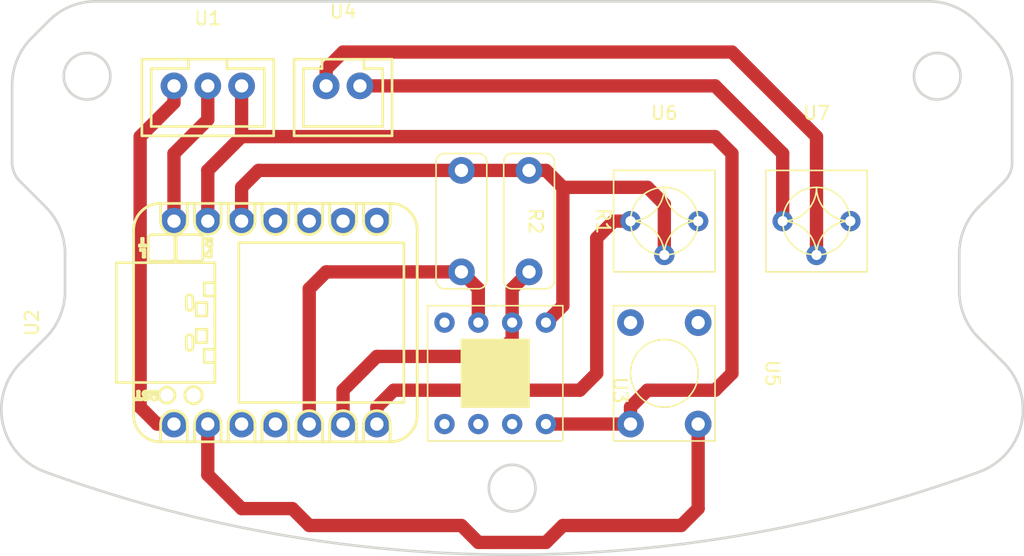
<source format=kicad_pcb>
(kicad_pcb (version 20211014) (generator pcbnew)
  (layers (0 "F.Cu" signal) (31 "B.Cu" signal) (34 "B.Paste" user) (35 "F.Paste" user) (36 "B.SilkS" user "B.Silkscreen") (37 "F.SilkS" user "F.Silkscreen") (38 "B.Mask" user) (39 "F.Mask" user) (44 "Edge.Cuts" user))
  (net 0 "")
  (net 1 "+3V3")
  (net 2 "SCL")
  (net 3 "SDA")
  (net 4 "GND")
  (net 5 "+5V")
  (net 6 "DAC_OUT")
  (net 7 "Tact_SW")
  (net 10 "Analog_IN")
  (net 19 "-3V3")
  (net 20 "Dist_IN")
  (footprint "自分のフットプリント:L3GD20H" (layer "F.Cu") (at 7.62 29.21 -90)
    (fp_text reference "U3" (at 0 -0.5 -90 unlocked) (layer "F.SilkS"))
    (fp_text value "L3GD20H")
    (pad "1" thru_hole circle (at -5.08 5.08 270) (size 1.524 1.524) (drill 0.762) (layers *.Cu *.Mask) (net 1 "+3V3"))
    (pad "2" thru_hole circle (at -5.08 7.62 270) (size 1.524 1.524) (drill 0.762) (layers *.Cu *.Mask) (net 2 "SCL"))
    (pad "3" thru_hole circle (at -5.08 10.16 270) (size 1.524 1.524) (drill 0.762) (layers *.Cu *.Mask) (net 3 "SDA"))
    (pad "4" thru_hole circle (at -5.08 12.7 270) (size 1.524 1.524) (drill 0.762) (layers *.Cu *.Mask))
    (pad "5" thru_hole circle (at 2.54 5.08 270) (size 1.524 1.524) (drill 0.762) (layers *.Cu *.Mask) (net 4 "GND"))
    (pad "6" thru_hole circle (at 2.54 7.62 270) (size 1.524 1.524) (drill 0.762) (layers *.Cu *.Mask))
    (pad "7" thru_hole circle (at 2.54 10.16 270) (size 1.524 1.524) (drill 0.762) (layers *.Cu *.Mask))
    (pad "8" thru_hole circle (at 2.54 12.7 270) (size 1.524 1.524) (drill 0.762) (layers *.Cu *.Mask))
  )
  (footprint "自分のフットプリント:抵抗" (layer "F.Cu") (at 6.35 16.51 -90)
    (fp_text reference "R1" (at 0 -0.5 -90 unlocked) (layer "F.SilkS"))
    (fp_text value "R")
    (pad "1" thru_hole circle (at -3.81 5.08 270) (size 2 2) (drill 1) (layers *.Cu *.Mask) (net 1 "+3V3"))
    (pad "2" thru_hole circle (at 3.81 5.08 270) (size 2 2) (drill 1) (layers *.Cu *.Mask) (net 2 "SCL"))
  )
  (footprint "自分のフットプリント:ねじ式可変抵抗" (layer "F.Cu") (at 11.43 8.89)
    (fp_text reference "U6" (at 0 -0.5 unlocked) (layer "F.SilkS"))
    (fp_text value "ねじ式可変抵抗")
    (pad "1" thru_hole circle (at -2.54 7.62) (size 1.524 1.524) (drill 0.762) (layers *.Cu *.Mask) (net 10 "Analog_IN"))
    (pad "2" thru_hole circle (at 0 10.16) (size 1.524 1.524) (drill 0.762) (layers *.Cu *.Mask) (net 1 "+3V3"))
    (pad "3" thru_hole circle (at 2.54 7.62) (size 1.524 1.524) (drill 0.762) (layers *.Cu *.Mask))
  )
  (footprint "自分のフットプリント:コネクター2ピン" (layer "F.Cu") (at -12.7 1.27)
    (fp_text reference "U4" (at 0 -0.5 unlocked) (layer "F.SilkS"))
    (fp_text value "コネクター2ピン")
    (pad "1" thru_hole circle (at -1.27 5.08) (size 2 2) (drill 1) (layers *.Mask "F.Cu" "In1.Cu" "B.Cu") (net 19 "-3V3"))
    (pad "2" thru_hole circle (at 1.27 5.08) (size 2 2) (drill 1) (layers *.Mask "F.Cu" "In1.Cu" "B.Cu") (net 20 "Dist_IN"))
  )
  (footprint "自分のフットプリント:コネクター3ピン" (layer "F.Cu") (at -22.86 1.27)
    (fp_text reference "U1" (at 0 0 unlocked) (layer "F.SilkS"))
    (fp_text value "コネクター3ピン")
    (pad "1" thru_hole circle (at -2.54 5.08) (size 2 2) (drill 1) (layers *.Mask "F.Cu" "In1.Cu" "B.Cu") (net 6 "DAC_OUT"))
    (pad "2" thru_hole circle (at 0 5.08) (size 2 2) (drill 1) (layers *.Mask "F.Cu" "In1.Cu" "B.Cu") (net 5 "+5V"))
    (pad "3" thru_hole circle (at 2.54 5.08) (size 2 2) (drill 1) (layers *.Mask "F.Cu" "In1.Cu" "B.Cu") (net 4 "GND"))
  )
  (footprint "自分のフットプリント:抵抗" (layer "F.Cu") (at 1.27 16.51 -90)
    (fp_text reference "R2" (at 0 -0.5 -90 unlocked) (layer "F.SilkS"))
    (fp_text value "R")
    (pad "1" thru_hole circle (at -3.81 5.08 270) (size 2 2) (drill 1) (layers *.Cu *.Mask) (net 1 "+3V3"))
    (pad "2" thru_hole circle (at 3.81 5.08 270) (size 2 2) (drill 1) (layers *.Cu *.Mask) (net 3 "SDA"))
  )
  (footprint "自分のフットプリント:ねじ式可変抵抗" (layer "F.Cu") (at 22.86 8.89)
    (fp_text reference "U7" (at 0 -0.5 unlocked) (layer "F.SilkS"))
    (fp_text value "ねじ式可変抵抗")
    (pad "1" thru_hole circle (at -2.54 7.62) (size 1.524 1.524) (drill 0.762) (layers *.Cu *.Mask) (net 20 "Dist_IN"))
    (pad "2" thru_hole circle (at 0 10.16) (size 1.524 1.524) (drill 0.762) (layers *.Cu *.Mask) (net 19 "-3V3"))
    (pad "3" thru_hole circle (at 2.54 7.62) (size 1.524 1.524) (drill 0.762) (layers *.Cu *.Mask))
  )
  (footprint "自分のフットプリント:タクトスイッチ" (layer "F.Cu") (at 19.05 27.94 -90)
    (fp_text reference "U5" (at 0 -0.5 -90 unlocked) (layer "F.SilkS"))
    (fp_text value "タクトスイッチ")
    (pad "1" thru_hole circle (at -3.81 5.08 270) (size 2 2) (drill 1) (layers *.Mask "F.Cu" "In1.Cu" "B.Cu"))
    (pad "2" thru_hole circle (at 3.81 5.08 270) (size 2 2) (drill 1) (layers *.Mask "F.Cu" "In1.Cu" "B.Cu") (net 7 "Tact_SW"))
    (pad "3" thru_hole circle (at -3.81 10.16 270) (size 2 2) (drill 1) (layers *.Mask "F.Cu" "In1.Cu" "B.Cu"))
    (pad "4" thru_hole circle (at 3.81 10.16 270) (size 2 2) (drill 1) (layers *.Mask "F.Cu" "In1.Cu" "B.Cu") (net 4 "GND"))
  )
  (footprint "自分のフットプリント:seeeduino-xiaoマイコン" (layer "F.Cu") (at -35.56 24.13 90)
    (fp_text reference "U2" (at 0 -0.5 90 unlocked) (layer "F.SilkS"))
    (fp_text value "seeeduino-xiaoマイコン")
    (pad "1" thru_hole circle (at 7.62 10.16 90) (size 2 2) (drill 1) (layers *.Cu *.Mask) (net 5 "+5V"))
    (pad "2" thru_hole circle (at 7.62 12.7 90) (size 2 2) (drill 1) (layers *.Cu *.Mask) (net 4 "GND"))
    (pad "3" thru_hole circle (at 7.62 15.24 90) (size 2 2) (drill 1) (layers *.Cu *.Mask) (net 1 "+3V3"))
    (pad "4" thru_hole circle (at -7.62 10.16 90) (size 2 2) (drill 1) (layers *.Cu *.Mask) (net 6 "DAC_OUT"))
    (pad "5" thru_hole circle (at -7.62 12.7 90) (size 2 2) (drill 1) (layers *.Cu *.Mask) (net 7 "Tact_SW"))
    (pad "6" thru_hole circle (at -7.62 15.24 90) (size 2 2) (drill 1) (layers *.Cu *.Mask))
    (pad "7" thru_hole circle (at -7.62 17.78 90) (size 2 2) (drill 1) (layers *.Cu *.Mask))
    (pad "8" thru_hole circle (at -7.62 20.32 90) (size 2 2) (drill 1) (layers *.Cu *.Mask) (net 3 "SDA"))
    (pad "9" thru_hole circle (at -7.62 22.86 90) (size 2 2) (drill 1) (layers *.Cu *.Mask) (net 2 "SCL"))
    (pad "10" thru_hole circle (at -7.62 25.4 90) (size 2 2) (drill 1) (layers *.Cu *.Mask) (net 10 "Analog_IN"))
    (pad "11" thru_hole circle (at 7.62 25.4 90) (size 2 2) (drill 1) (layers *.Cu *.Mask))
    (pad "12" thru_hole circle (at 7.62 22.86 90) (size 2 2) (drill 1) (layers *.Cu *.Mask))
    (pad "13" thru_hole circle (at 7.62 20.32 90) (size 2 2) (drill 1) (layers *.Cu *.Mask))
    (pad "14" thru_hole circle (at 7.62 17.78 90) (size 2 2) (drill 1) (layers *.Cu *.Mask))
  )
  (gr_line (start -37.554879 6.2774) (end -37.554879 12.105404) (layer "Edge.Cuts") (width 0.2))
  (gr_line (start 36.097736 2.759544) (end 34.795335 1.457143) (layer "Edge.Cuts") (width 0.2))
  (gr_arc (start 37.55488 12.105404) (mid 37.4034 12.866944) (end 36.972022 13.512546) (layer "Edge.Cuts") (width 0.2))
  (gr_arc (start -35.104203 35.329968) (mid -38.250122 31.730109) (end -36.909659 27.141105) (layer "Edge.Cuts") (width 0.2))
  (gr_arc (start -36.972021 13.512546) (mid -37.403399 12.866944) (end -37.554879 12.105404) (layer "Edge.Cuts") (width 0.2))
  (gr_line (start 36.90966 27.141105) (end 35.038392 25.269836) (layer "Edge.Cuts") (width 0.2))
  (gr_arc (start -35.038391 15.446177) (mid -33.959946 17.060183) (end -33.581247 18.964033) (layer "Edge.Cuts") (width 0.2))
  (gr_line (start -33.581247 18.964033) (end -33.581247 21.75198) (layer "Edge.Cuts") (width 0.2))
  (gr_arc (start -34.795335 1.457144) (mid -33.181329 0.378699) (end -31.277478 0) (layer "Edge.Cuts") (width 0.2))
  (gr_arc (start 36.90966 27.141105) (mid 38.250123 31.730109) (end 35.104204 35.329968) (layer "Edge.Cuts") (width 0.2))
  (gr_arc (start -33.581247 21.75198) (mid -33.959946 23.65583) (end -35.038391 25.269836) (layer "Edge.Cuts") (width 0.2))
  (gr_arc (start 35.104204 35.329968) (mid 0 41.561815) (end -35.104203 35.329968) (layer "Edge.Cuts") (width 0.2))
  (gr_line (start 37.55488 12.105404) (end 37.55488 6.277401) (layer "Edge.Cuts") (width 0.2))
  (gr_line (start 33.581248 21.75198) (end 33.581248 18.964033) (layer "Edge.Cuts") (width 0.2))
  (gr_arc (start -37.554879 6.2774) (mid -37.176179 4.37355) (end -36.097735 2.759544) (layer "Edge.Cuts") (width 0.2))
  (gr_arc (start 31.277479 0) (mid 33.181329 0.378699) (end 34.795335 1.457143) (layer "Edge.Cuts") (width 0.2))
  (gr_line (start -34.795335 1.457144) (end -36.097735 2.759544) (layer "Edge.Cuts") (width 0.2))
  (gr_line (start 35.038392 15.446177) (end 36.972022 13.512546) (layer "Edge.Cuts") (width 0.2))
  (gr_arc (start 33.581248 18.964033) (mid 33.959948 17.060183) (end 35.038392 15.446177) (layer "Edge.Cuts") (width 0.2))
  (gr_line (start -36.972021 13.512546) (end -35.038391 15.446177) (layer "Edge.Cuts") (width 0.2))
  (gr_circle (center -31.928678 5.6262) (end -31.928678 7.3762) (layer "Edge.Cuts") (width 0.2) (fill none))
  (gr_circle (center 31.928679 5.6262) (end 31.928679 7.3762) (layer "Edge.Cuts") (width 0.2) (fill none))
  (gr_circle (center 0.000001 36.561815) (end 0.000001 38.311815) (layer "Edge.Cuts") (width 0.2) (fill none))
  (gr_arc (start 36.097736 2.759544) (mid 37.176181 4.37355) (end 37.55488 6.277401) (layer "Edge.Cuts") (width 0.2))
  (gr_arc (start 35.038392 25.269836) (mid 33.959948 23.65583) (end 33.581248 21.75198) (layer "Edge.Cuts") (width 0.2))
  (gr_line (start 31.277479 0) (end -31.277478 0) (layer "Edge.Cuts") (width 0.2))
  (gr_line (start -35.038391 25.269836) (end -36.909659 27.141105) (layer "Edge.Cuts") (width 0.2))
  (segment (start -20.32 13.97) (end -19.05 12.7) (width 1) (layer "F.Cu") (net 1))
  (segment (start 2.54 12.7) (end 3.81 13.97) (width 1) (layer "F.Cu") (net 1))
  (segment (start 11.43 15.24) (end 10.16 13.97) (width 1) (layer "F.Cu") (net 1))
  (segment (start 11.43 19.05) (end 11.43 15.24) (width 1) (layer "F.Cu") (net 1))
  (segment (start -19.05 12.7) (end 1.27 12.7) (width 1) (layer "F.Cu") (net 1))
  (segment (start 10.16 13.97) (end 3.81 13.97) (width 1) (layer "F.Cu") (net 1))
  (segment (start 3.81 22.86) (end 2.54 24.13) (width 1) (layer "F.Cu") (net 1))
  (segment (start -20.32 16.51) (end -20.32 13.97) (width 1) (layer "F.Cu") (net 1))
  (segment (start 3.81 13.97) (end 3.81 22.86) (width 1) (layer "F.Cu") (net 1))
  (segment (start 1.27 12.7) (end 2.54 12.7) (width 1) (layer "F.Cu") (net 1))
  (segment (start -10.16 26.67) (end -1.27 26.67) (width 1) (layer "F.Cu") (net 2))
  (segment (start 1.27 20.32) (end 0 21.59) (width 1) (layer "F.Cu") (net 2))
  (segment (start 0 25.4) (end 0 24.13) (width 1) (layer "F.Cu") (net 2))
  (segment (start 0 21.59) (end 0 24.13) (width 1) (layer "F.Cu") (net 2))
  (segment (start -12.7 31.75) (end -12.7 29.21) (width 1) (layer "F.Cu") (net 2))
  (segment (start -1.27 26.67) (end 0 25.4) (width 1) (layer "F.Cu") (net 2))
  (segment (start -12.7 29.21) (end -10.16 26.67) (width 1) (layer "F.Cu") (net 2))
  (segment (start -2.54 21.59) (end -2.54 24.13) (width 1) (layer "F.Cu") (net 3))
  (segment (start -15.24 21.59) (end -15.24 31.75) (width 1) (layer "F.Cu") (net 3))
  (segment (start -3.81 20.32) (end -13.97 20.32) (width 1) (layer "F.Cu") (net 3))
  (segment (start -13.97 20.32) (end -15.24 21.59) (width 1) (layer "F.Cu") (net 3))
  (segment (start -3.81 20.32) (end -2.54 21.59) (width 1) (layer "F.Cu") (net 3))
  (segment (start 8.89 30.48) (end 8.89 31.75) (width 1) (layer "F.Cu") (net 4))
  (segment (start 2.54 31.75) (end 8.89 31.75) (width 1) (layer "F.Cu") (net 4))
  (segment (start -20.32 6.35) (end -20.32 10.16) (width 1) (layer "F.Cu") (net 4))
  (segment (start 15.24 10.16) (end 16.51 11.43) (width 1) (layer "F.Cu") (net 4))
  (segment (start -22.86 12.7) (end -22.86 16.51) (width 1) (layer "F.Cu") (net 4))
  (segment (start 15.24 29.21) (end 10.16 29.21) (width 1) (layer "F.Cu") (net 4))
  (segment (start 16.51 27.94) (end 15.24 29.21) (width 1) (layer "F.Cu") (net 4))
  (segment (start 10.16 29.21) (end 8.89 30.48) (width 1) (layer "F.Cu") (net 4))
  (segment (start -20.32 10.16) (end 15.24 10.16) (width 1) (layer "F.Cu") (net 4))
  (segment (start -20.32 10.16) (end -22.86 12.7) (width 1) (layer "F.Cu") (net 4))
  (segment (start 16.51 11.43) (end 16.51 27.94) (width 1) (layer "F.Cu") (net 4))
  (segment (start -22.86 8.89) (end -25.4 11.43) (width 1) (layer "F.Cu") (net 5))
  (segment (start -22.86 6.35) (end -22.86 8.89) (width 1) (layer "F.Cu") (net 5))
  (segment (start -25.4 11.43) (end -25.4 16.51) (width 1) (layer "F.Cu") (net 5))
  (segment (start -27.94 30.48) (end -26.67 31.75) (width 1) (layer "F.Cu") (net 6))
  (segment (start -25.4 7.62) (end -27.94 10.16) (width 1) (layer "F.Cu") (net 6))
  (segment (start -25.4 6.35) (end -25.4 7.62) (width 1) (layer "F.Cu") (net 6))
  (segment (start -27.94 10.16) (end -27.94 30.48) (width 1) (layer "F.Cu") (net 6))
  (segment (start -26.67 31.75) (end -25.4 31.75) (width 1) (layer "F.Cu") (net 6))
  (segment (start 12.7 39.37) (end 3.81 39.37) (width 1) (layer "F.Cu") (net 7))
  (segment (start -2.54 40.64) (end -3.81 39.37) (width 1) (layer "F.Cu") (net 7))
  (segment (start -16.51 38.1) (end -20.32 38.1) (width 1) (layer "F.Cu") (net 7))
  (segment (start 13.97 31.75) (end 13.97 38.1) (width 1) (layer "F.Cu") (net 7))
  (segment (start -20.32 38.1) (end -22.86 35.56) (width 1) (layer "F.Cu") (net 7))
  (segment (start 3.81 39.37) (end 2.54 40.64) (width 1) (layer "F.Cu") (net 7))
  (segment (start -3.81 39.37) (end -15.24 39.37) (width 1) (layer "F.Cu") (net 7))
  (segment (start -15.24 39.37) (end -16.51 38.1) (width 1) (layer "F.Cu") (net 7))
  (segment (start -22.86 35.56) (end -22.86 31.75) (width 1) (layer "F.Cu") (net 7))
  (segment (start 13.97 38.1) (end 12.7 39.37) (width 1) (layer "F.Cu") (net 7))
  (segment (start 2.54 40.64) (end -2.54 40.64) (width 1) (layer "F.Cu") (net 7))
  (segment (start 6.35 27.94) (end 5.08 29.21) (width 1) (layer "F.Cu") (net 10))
  (segment (start -10.16 30.48) (end -10.16 31.75) (width 1) (layer "F.Cu") (net 10))
  (segment (start 5.08 29.21) (end -8.89 29.21) (width 1) (layer "F.Cu") (net 10))
  (segment (start 7.62 16.51) (end 6.35 17.78) (width 1) (layer "F.Cu") (net 10))
  (segment (start -8.89 29.21) (end -10.16 30.48) (width 1) (layer "F.Cu") (net 10))
  (segment (start 8.89 16.51) (end 7.62 16.51) (width 1) (layer "F.Cu") (net 10))
  (segment (start 6.35 17.78) (end 6.35 27.94) (width 1) (layer "F.Cu") (net 10))
  (segment (start 22.86 19.05) (end 22.86 10.16) (width 1) (layer "F.Cu") (net 19))
  (segment (start -13.97 5.08) (end -13.97 6.35) (width 1) (layer "F.Cu") (net 19))
  (segment (start -12.7 3.81) (end -13.97 5.08) (width 1) (layer "F.Cu") (net 19))
  (segment (start 16.51 3.81) (end -12.7 3.81) (width 1) (layer "F.Cu") (net 19))
  (segment (start 22.86 10.16) (end 16.51 3.81) (width 1) (layer "F.Cu") (net 19))
  (segment (start 20.32 11.43) (end 15.24 6.35) (width 1) (layer "F.Cu") (net 20))
  (segment (start 15.24 6.35) (end -11.43 6.35) (width 1) (layer "F.Cu") (net 20))
  (segment (start 20.32 16.51) (end 20.32 11.43) (width 1) (layer "F.Cu") (net 20))
)
</source>
